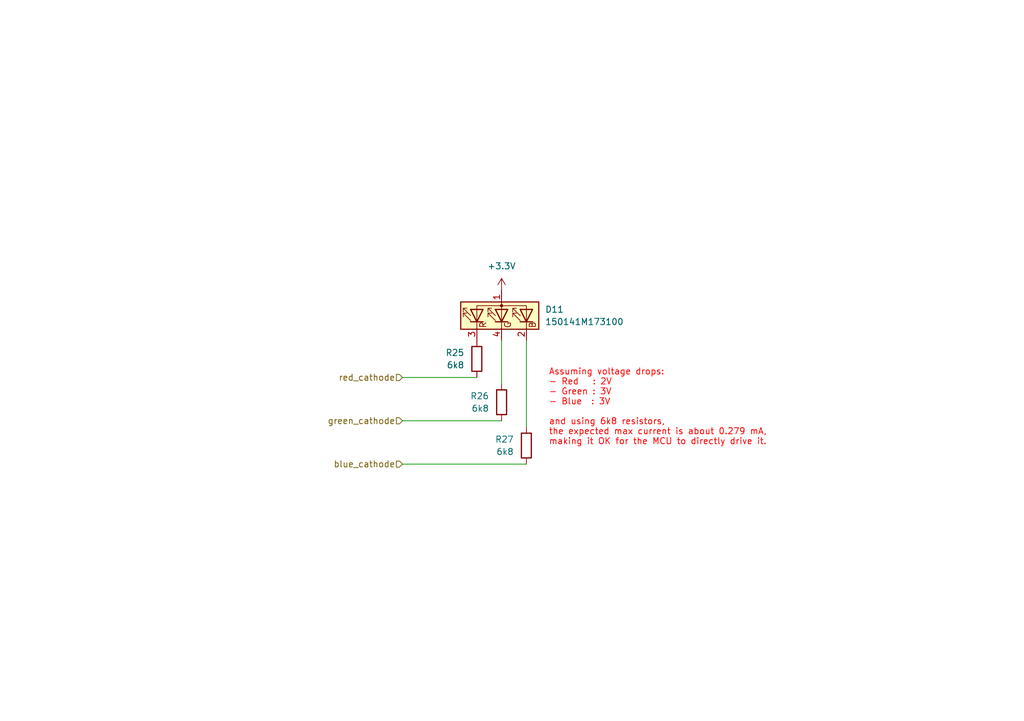
<source format=kicad_sch>
(kicad_sch (version 20250114) (generator "eeschema") (generator_version "9.0")
  (paper "A5")
  (lib_symbols
    (symbol "Device:LED_ABRG" (pin_names (offset 0) (hide yes))
      (property "Reference" "D" (at 0 9.398 0))
      (property "Value" "LED_ABRG" (at 0 -8.89 0))
      (symbol "LED_ABRG_0_0"
        (text "R" (at -1.905 3.81 0) (effects (font (size 1.27 1.27))))
        (text "G" (at -1.905 -1.27 0) (effects (font (size 1.27 1.27))))
        (text "B" (at -1.905 -6.35 0) (effects (font (size 1.27 1.27))))
      )
      (symbol "LED_ABRG_0_1"
        (polyline (pts (xy -1.27 6.35) (xy -1.27 3.81)) (stroke (width 0.254)))
        (polyline (pts (xy -1.27 6.35) (xy -1.27 3.81) (xy -1.27 3.81)))
        (polyline (pts (xy -1.27 5.08) (xy -2.54 5.08)))
        (polyline (pts (xy -1.27 5.08) (xy 1.27 5.08)))
        (polyline (pts (xy -1.27 1.27) (xy -1.27 -1.27)) (stroke (width 0.254)))
        (polyline (pts (xy -1.27 1.27) (xy -1.27 -1.27) (xy -1.27 -1.27)))
        (polyline (pts (xy -1.27 0) (xy -2.54 0)))
        (polyline (pts (xy -1.27 -3.81) (xy -1.27 -6.35)) (stroke (width 0.254)))
        (polyline (pts (xy -1.27 -5.08) (xy -2.54 -5.08)))
        (polyline (pts (xy -1.27 -5.08) (xy 1.27 -5.08)))
        (polyline (pts (xy -1.016 6.35) (xy 0.508 7.874) (xy -0.254 7.874) (xy 0.508 7.874) (xy 0.508 7.112)))
        (polyline (pts (xy -1.016 1.27) (xy 0.508 2.794) (xy -0.254 2.794) (xy 0.508 2.794) (xy 0.508 2.032)))
        (polyline (pts (xy -1.016 -3.81) (xy 0.508 -2.286) (xy -0.254 -2.286) (xy 0.508 -2.286) (xy 0.508 -3.048)))
        (polyline (pts (xy 0 6.35) (xy 1.524 7.874) (xy 0.762 7.874) (xy 1.524 7.874) (xy 1.524 7.112)))
        (polyline (pts (xy 0 1.27) (xy 1.524 2.794) (xy 0.762 2.794) (xy 1.524 2.794) (xy 1.524 2.032)))
        (polyline (pts (xy 0 -3.81) (xy 1.524 -2.286) (xy 0.762 -2.286) (xy 1.524 -2.286) (xy 1.524 -3.048)))
        (polyline (pts (xy 1.27 6.35) (xy 1.27 3.81) (xy -1.27 5.08) (xy 1.27 6.35)) (stroke (width 0.254)))
        (rectangle (start 1.27 6.35) (end 1.27 6.35))
        (rectangle (start 1.27 3.81) (end 1.27 6.35))
        (polyline (pts (xy 1.27 1.27) (xy 1.27 -1.27) (xy -1.27 0) (xy 1.27 1.27)) (stroke (width 0.254)))
        (rectangle (start 1.27 1.27) (end 1.27 1.27))
        (polyline (pts (xy 1.27 0) (xy -1.27 0)))
        (polyline (pts (xy 1.27 0) (xy 2.54 0)))
        (rectangle (start 1.27 -1.27) (end 1.27 1.27))
        (polyline (pts (xy 1.27 -3.81) (xy 1.27 -6.35) (xy -1.27 -5.08) (xy 1.27 -3.81)) (stroke (width 0.254)))
        (polyline (pts (xy 1.27 -5.08) (xy 2.032 -5.08) (xy 2.032 5.08) (xy 1.27 5.08)))
        (circle (center 2.032 0) (radius 0.254) (fill (type outline)))
        (rectangle (start 2.794 8.382) (end -2.794 -7.62) (stroke (width 0.254)) (fill (type background)))
      )
      (symbol "LED_ABRG_1_1"
        (pin passive line (at -5.08 5.08 0) (length 2.54) (name "RK") (number "3"))
        (pin passive line (at -5.08 0 0) (length 2.54) (name "GK") (number "4"))
        (pin passive line (at -5.08 -5.08 0) (length 2.54) (name "BK") (number "2"))
        (pin passive line (at 5.08 0 180) (length 2.54) (name "A") (number "1"))
      )
    )
    (symbol "Device:R" (pin_numbers (hide yes)) (pin_names (offset 0))
      (property "Reference" "R" (at 2.032 0 90))
      (property "Value" "R" (at 0 0 90))
      (symbol "R_0_1"
        (rectangle (start -1.016 -2.54) (end 1.016 2.54) (stroke (width 0.254)))
      )
      (symbol "R_1_1"
        (pin passive line (at 0 3.81 270) (length 1.27) (name "~") (number "1"))
        (pin passive line (at 0 -3.81 90) (length 1.27) (name "~") (number "2"))
      )
    )
    (symbol "power:+3.3V" (power) (pin_numbers (hide yes)) (pin_names (offset 0) (hide yes))
      (property "Value" "+3.3V" (at 0 3.556 0))
      (symbol "+3.3V_0_1"
        (polyline (pts (xy -0.762 1.27) (xy 0 2.54)))
        (polyline (pts (xy 0 2.54) (xy 0.762 1.27)))
        (polyline (pts (xy 0 0) (xy 0 2.54)))
      )
      (symbol "+3.3V_1_1"
        (pin power_in line (at 0 0 90) (length 0) (name "~") (number "1"))
      )
    )
  )
  (text "Assuming voltage drops:\n- Red   : 2V\n- Green : 3V\n- Blue  : 3V\n\nand using 6k8 resistors,\nthe expected max current is about 0.279 mA,\nmaking it OK for the MCU to directly drive it." (at 112.522 75.692 0) (effects (font (size 1.27 1.27) (thickness 0.1588)) (justify left top)))
  (wire (pts (xy 82.55 77.47) (xy 97.79 77.47)))
  (wire (pts (xy 107.95 95.25) (xy 82.55 95.25)))
  (wire (pts (xy 102.87 69.85) (xy 102.87 78.74)))
  (wire (pts (xy 107.95 87.63) (xy 107.95 69.85)))
  (wire (pts (xy 82.55 86.36) (xy 102.87 86.36)))
  (hierarchical_label "blue_cathode" (shape input) (at 82.55 95.25 180))
  (hierarchical_label "red_cathode" (shape input) (at 82.55 77.47 180))
  (hierarchical_label "green_cathode" (shape input) (at 82.55 86.36 180))
  (symbol (lib_id "power:+3.3V") (at 102.87 59.69 0) (unit 1)
    (property "Reference" "#PWR010" (effects (hide yes)))
    (property "Value" "+3.3V" (at 102.87 54.61 0))
    (property "Description" "Power symbol creates a global label with name \"+3.3V\"" (effects (hide yes)))
    (instances (project "DebugBoard" (path "" (reference "#PWR016") (unit 1)) (path "" (reference "#PWR011") (unit 1)) (path "" (reference "#PWR015") (unit 1)) (path "" (reference "#PWR010") (unit 1))))
  )
  (symbol (lib_id "Device:R") (at 97.79 73.66 0) (mirror x) (unit 1)
    (property "Reference" "R9" (at 95.25 72.3899 0) (effects (justify right)))
    (property "Value" "6k8" (at 95.25 74.9299 0) (effects (justify right)))
    (property "Footprint" "Resistor_SMD:R_1206_3216Metric_Pad1.30x1.75mm_HandSolder" (effects (hide yes)))
    (property "Description" "Resistor" (effects (hide yes)))
    (instances (project "DebugBoard" (path "" (reference "R25") (unit 1)) (path "" (reference "R12") (unit 1)) (path "" (reference "R22") (unit 1)) (path "" (reference "R9") (unit 1))))
  )
  (symbol (lib_id "Device:LED_ABRG") (at 102.87 64.77 90) (unit 1)
    (property "Reference" "D1" (at 111.76 63.4999 90) (effects (justify right)))
    (property "Value" "150141M173100" (at 111.76 66.0399 90) (effects (justify right)))
    (property "Footprint" "LED_SMD:LED_RGB_Wuerth-PLCC4_3.2x2.8mm_150141M173100" (effects (hide yes)))
    (property "Description" "RGB LED, anode/blue/red/green" (effects (hide yes)))
    (instances (project "DebugBoard" (path "" (reference "D11") (unit 1)) (path "" (reference "D9") (unit 1)) (path "" (reference "D10") (unit 1)) (path "" (reference "D1") (unit 1))))
  )
  (symbol (lib_id "Device:R") (at 102.87 82.55 0) (mirror x) (unit 1)
    (property "Reference" "R10" (at 100.33 81.2799 0) (effects (justify right)))
    (property "Value" "6k8" (at 100.33 83.8199 0) (effects (justify right)))
    (property "Footprint" "Resistor_SMD:R_1206_3216Metric_Pad1.30x1.75mm_HandSolder" (effects (hide yes)))
    (property "Description" "Resistor" (effects (hide yes)))
    (instances (project "DebugBoard" (path "" (reference "R26") (unit 1)) (path "" (reference "R13") (unit 1)) (path "" (reference "R23") (unit 1)) (path "" (reference "R10") (unit 1))))
  )
  (symbol (lib_id "Device:R") (at 107.95 91.44 0) (mirror x) (unit 1)
    (property "Reference" "R11" (at 105.41 90.1699 0) (effects (justify right)))
    (property "Value" "6k8" (at 105.41 92.7099 0) (effects (justify right)))
    (property "Footprint" "Resistor_SMD:R_1206_3216Metric_Pad1.30x1.75mm_HandSolder" (effects (hide yes)))
    (property "Description" "Resistor" (effects (hide yes)))
    (instances (project "DebugBoard" (path "" (reference "R27") (unit 1)) (path "" (reference "R14") (unit 1)) (path "" (reference "R24") (unit 1)) (path "" (reference "R11") (unit 1))))
  )
)
</source>
